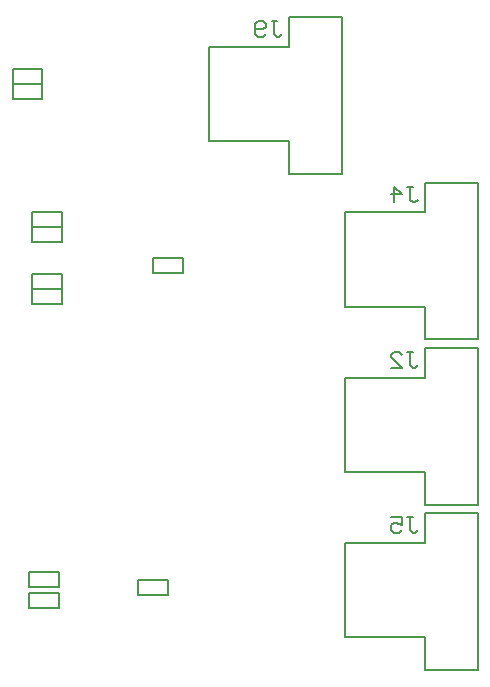
<source format=gbo>
G75*
%MOIN*%
%OFA0B0*%
%FSLAX25Y25*%
%IPPOS*%
%LPD*%
%AMOC8*
5,1,8,0,0,1.08239X$1,22.5*
%
%ADD10C,0.00500*%
%ADD11C,0.00700*%
%ADD12C,0.00787*%
D10*
X0154059Y0012077D02*
X0180634Y0012077D01*
X0180634Y0001250D01*
X0198350Y0001250D01*
X0198350Y0053415D01*
X0180634Y0053415D01*
X0180634Y0043573D01*
X0154059Y0043573D01*
X0154059Y0012077D01*
X0180634Y0056368D02*
X0198350Y0056368D01*
X0198350Y0108533D01*
X0180634Y0108533D01*
X0180634Y0098691D01*
X0154059Y0098691D01*
X0154059Y0067195D01*
X0180634Y0067195D01*
X0180634Y0056368D01*
X0180634Y0111486D02*
X0198350Y0111486D01*
X0198350Y0163652D01*
X0180634Y0163652D01*
X0180634Y0153809D01*
X0154059Y0153809D01*
X0154059Y0122313D01*
X0180634Y0122313D01*
X0180634Y0111486D01*
X0153075Y0166604D02*
X0135358Y0166604D01*
X0135358Y0177431D01*
X0108783Y0177431D01*
X0108783Y0208927D01*
X0135358Y0208927D01*
X0135358Y0218770D01*
X0153075Y0218770D01*
X0153075Y0166604D01*
D11*
X0169404Y0159717D02*
X0172878Y0159717D01*
X0170273Y0162322D01*
X0170273Y0157112D01*
X0174842Y0162322D02*
X0176579Y0162322D01*
X0175710Y0162322D02*
X0175710Y0157980D01*
X0176579Y0157112D01*
X0177447Y0157112D01*
X0178315Y0157980D01*
X0176579Y0107204D02*
X0174842Y0107204D01*
X0175710Y0107204D02*
X0175710Y0102862D01*
X0176579Y0101994D01*
X0177447Y0101994D01*
X0178315Y0102862D01*
X0172878Y0101994D02*
X0169404Y0105467D01*
X0169404Y0106335D01*
X0170273Y0107204D01*
X0172009Y0107204D01*
X0172878Y0106335D01*
X0172878Y0101994D02*
X0169404Y0101994D01*
X0169404Y0052086D02*
X0172878Y0052086D01*
X0172878Y0049481D01*
X0171141Y0050349D01*
X0170273Y0050349D01*
X0169404Y0049481D01*
X0169404Y0047744D01*
X0170273Y0046876D01*
X0172009Y0046876D01*
X0172878Y0047744D01*
X0175710Y0047744D02*
X0175710Y0052086D01*
X0174842Y0052086D02*
X0176579Y0052086D01*
X0175710Y0047744D02*
X0176579Y0046876D01*
X0177447Y0046876D01*
X0178315Y0047744D01*
X0132171Y0212230D02*
X0131303Y0212230D01*
X0130435Y0213098D01*
X0130435Y0217440D01*
X0131303Y0217440D02*
X0129566Y0217440D01*
X0127602Y0216572D02*
X0127602Y0215703D01*
X0126734Y0214835D01*
X0124129Y0214835D01*
X0124129Y0213098D02*
X0124129Y0216572D01*
X0124997Y0217440D01*
X0126734Y0217440D01*
X0127602Y0216572D01*
X0127602Y0213098D02*
X0126734Y0212230D01*
X0124997Y0212230D01*
X0124129Y0213098D01*
X0132171Y0212230D02*
X0133040Y0213098D01*
D12*
X0058587Y0021919D02*
X0048744Y0021919D01*
X0048744Y0026841D01*
X0058587Y0026841D01*
X0058587Y0021919D01*
X0058587Y0028809D02*
X0048744Y0028809D01*
X0048744Y0033730D01*
X0058587Y0033730D01*
X0058587Y0028809D01*
X0085161Y0026348D02*
X0095004Y0026348D01*
X0095004Y0031270D01*
X0085161Y0031270D01*
X0085161Y0026348D01*
X0059571Y0123297D02*
X0049728Y0123297D01*
X0049728Y0128219D01*
X0049728Y0133140D01*
X0059571Y0133140D01*
X0059571Y0128219D01*
X0049728Y0128219D01*
X0059571Y0128219D01*
X0059571Y0123297D01*
X0059571Y0143967D02*
X0049728Y0143967D01*
X0049728Y0148888D01*
X0049728Y0153809D01*
X0059571Y0153809D01*
X0059571Y0148888D01*
X0049728Y0148888D01*
X0059571Y0148888D01*
X0059571Y0143967D01*
X0090083Y0138553D02*
X0090083Y0133632D01*
X0099925Y0133632D01*
X0099925Y0138553D01*
X0090083Y0138553D01*
X0053173Y0191703D02*
X0043331Y0191703D01*
X0043331Y0196624D01*
X0053173Y0196624D01*
X0053173Y0201545D01*
X0043331Y0201545D01*
X0043331Y0196624D01*
X0053173Y0196624D01*
X0053173Y0191703D01*
M02*

</source>
